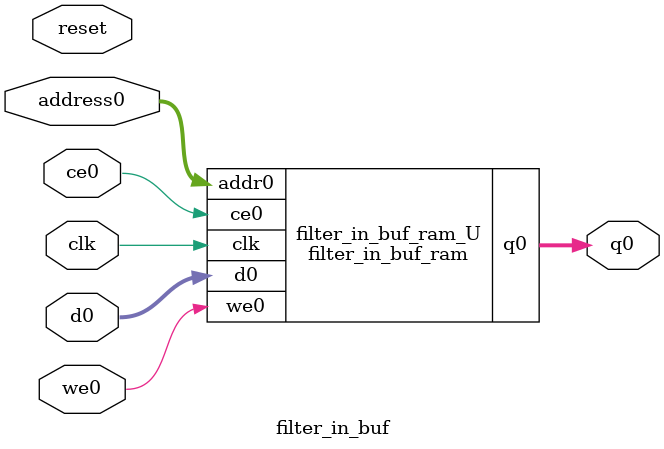
<source format=v>
`timescale 1 ns / 1 ps
module filter_in_buf_ram (addr0, ce0, d0, we0, q0,  clk);

parameter DWIDTH = 32;
parameter AWIDTH = 8;
parameter MEM_SIZE = 256;

input[AWIDTH-1:0] addr0;
input ce0;
input[DWIDTH-1:0] d0;
input we0;
output reg[DWIDTH-1:0] q0;
input clk;

(* ram_style = "block" *)reg [DWIDTH-1:0] ram[0:MEM_SIZE-1];




always @(posedge clk)  
begin 
    if (ce0) 
    begin
        if (we0) 
        begin 
            ram[addr0] <= d0; 
        end 
        q0 <= ram[addr0];
    end
end


endmodule

`timescale 1 ns / 1 ps
module filter_in_buf(
    reset,
    clk,
    address0,
    ce0,
    we0,
    d0,
    q0);

parameter DataWidth = 32'd32;
parameter AddressRange = 32'd256;
parameter AddressWidth = 32'd8;
input reset;
input clk;
input[AddressWidth - 1:0] address0;
input ce0;
input we0;
input[DataWidth - 1:0] d0;
output[DataWidth - 1:0] q0;



filter_in_buf_ram filter_in_buf_ram_U(
    .clk( clk ),
    .addr0( address0 ),
    .ce0( ce0 ),
    .we0( we0 ),
    .d0( d0 ),
    .q0( q0 ));

endmodule


</source>
